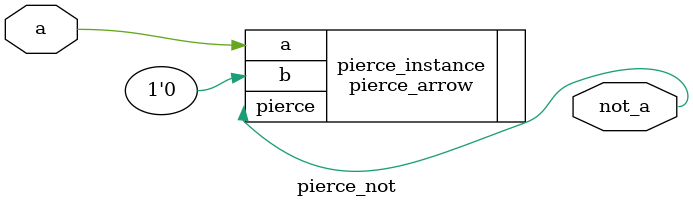
<source format=sv>
module pierce_not(
    input logic a,
    output logic not_a
);
    pierce_arrow pierce_instance(
        .a(a),
        .b(1'b0),
        .pierce(not_a)
    );
endmodule

</source>
